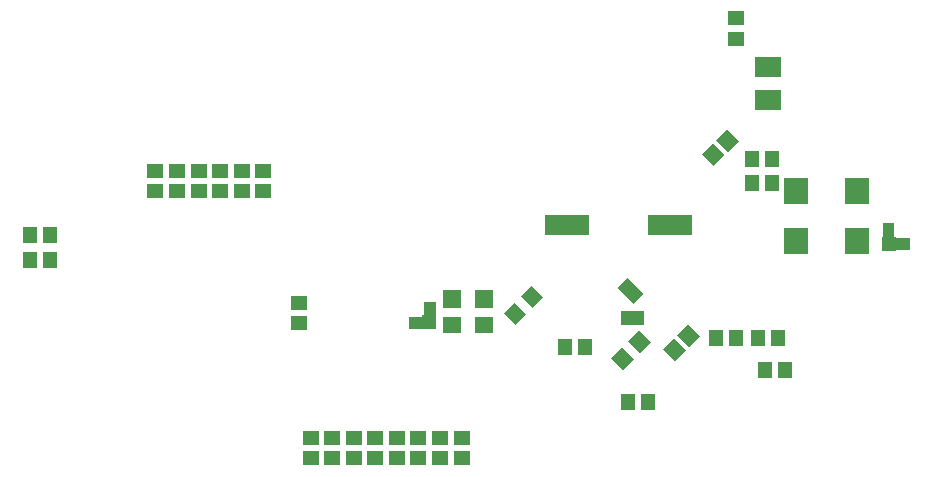
<source format=gbr>
%FSLAX34Y34*%
%MOMM*%
%LNSMDMASK_TOP*%
G71*
G01*
%ADD10R, 1.30X1.40*%
%ADD11R, 1.40X1.30*%
%ADD12R, 1.60X1.40*%
%ADD13R, 1.60X1.60*%
%ADD14R, 1.00X1.20*%
%ADD15R, 1.20X1.20*%
%ADD16R, 1.20X1.00*%
%ADD17R, 2.20X1.80*%
%ADD18R, 2.00X2.20*%
%ADD19R, 3.70X1.70*%
%LPD*%
X670256Y658416D02*
G54D10*
D03*
X653256Y658416D02*
G54D10*
D03*
X501188Y677466D02*
G54D10*
D03*
X484188Y677466D02*
G54D10*
D03*
X629088Y685113D02*
G54D10*
D03*
X612088Y685113D02*
G54D10*
D03*
X258762Y697772D02*
G54D11*
D03*
X258762Y714772D02*
G54D11*
D03*
X629084Y685119D02*
G54D10*
D03*
X501184Y677469D02*
G54D10*
D03*
X258764Y697769D02*
G54D11*
D03*
X415617Y695961D02*
G54D12*
D03*
X415624Y718179D02*
G54D13*
D03*
X388233Y695961D02*
G54D12*
D03*
X388229Y718194D02*
G54D13*
D03*
X369704Y709929D02*
G54D14*
D03*
X368905Y698817D02*
G54D15*
D03*
X357792Y698023D02*
G54D16*
D03*
X536972Y702072D02*
G54D14*
D03*
X545703Y702072D02*
G54D14*
D03*
G36*
X542261Y667530D02*
X533068Y658338D01*
X523169Y668238D01*
X532362Y677430D01*
X542261Y667530D01*
G37*
G36*
X556663Y681932D02*
X547470Y672740D01*
X537571Y682639D01*
X546764Y691832D01*
X556663Y681932D01*
G37*
X554369Y630634D02*
G54D10*
D03*
X537369Y630634D02*
G54D10*
D03*
X554365Y630638D02*
G54D10*
D03*
G36*
X567328Y675493D02*
X576521Y684684D01*
X586419Y674783D01*
X577226Y665592D01*
X567328Y675493D01*
G37*
G36*
X579348Y687509D02*
X588540Y696703D01*
X598440Y686804D01*
X589249Y677611D01*
X579348Y687509D01*
G37*
X647807Y685113D02*
G54D10*
D03*
X664807Y685113D02*
G54D10*
D03*
X647811Y685119D02*
G54D10*
D03*
X268852Y583635D02*
G54D11*
D03*
X268852Y600635D02*
G54D11*
D03*
X268850Y600638D02*
G54D11*
D03*
X287108Y583635D02*
G54D11*
D03*
X287108Y600635D02*
G54D11*
D03*
X287106Y600638D02*
G54D11*
D03*
X305364Y583635D02*
G54D11*
D03*
X305364Y600635D02*
G54D11*
D03*
X305362Y600638D02*
G54D11*
D03*
X323620Y583635D02*
G54D11*
D03*
X323620Y600635D02*
G54D11*
D03*
X323619Y600638D02*
G54D11*
D03*
X341877Y583635D02*
G54D11*
D03*
X341877Y600635D02*
G54D11*
D03*
X341875Y600638D02*
G54D11*
D03*
X360133Y583635D02*
G54D11*
D03*
X360133Y600635D02*
G54D11*
D03*
X360131Y600638D02*
G54D11*
D03*
X378389Y583635D02*
G54D11*
D03*
X378389Y600635D02*
G54D11*
D03*
X378387Y600638D02*
G54D11*
D03*
X396645Y583635D02*
G54D11*
D03*
X396645Y600635D02*
G54D11*
D03*
X396644Y600638D02*
G54D11*
D03*
X155742Y809457D02*
G54D11*
D03*
X155742Y826457D02*
G54D11*
D03*
X173998Y809457D02*
G54D11*
D03*
X173998Y826457D02*
G54D11*
D03*
X192255Y809457D02*
G54D11*
D03*
X192255Y826457D02*
G54D11*
D03*
X210511Y809457D02*
G54D11*
D03*
X210511Y826457D02*
G54D11*
D03*
X228767Y809457D02*
G54D11*
D03*
X228767Y826457D02*
G54D11*
D03*
X137486Y809457D02*
G54D11*
D03*
X137486Y826457D02*
G54D11*
D03*
X31188Y751516D02*
G54D10*
D03*
X48188Y751516D02*
G54D10*
D03*
X31185Y751514D02*
G54D10*
D03*
X31188Y772153D02*
G54D10*
D03*
X48188Y772153D02*
G54D10*
D03*
X31185Y772152D02*
G54D10*
D03*
G36*
X631276Y852189D02*
X622083Y842997D01*
X612184Y852896D01*
X621377Y862088D01*
X631276Y852189D01*
G37*
G36*
X619255Y840168D02*
X610063Y830976D01*
X600163Y840875D01*
X609356Y850068D01*
X619255Y840168D01*
G37*
G36*
X631272Y852195D02*
X622079Y843002D01*
X612180Y852902D01*
X621372Y862094D01*
X631272Y852195D01*
G37*
X659905Y836490D02*
G54D10*
D03*
X642905Y836490D02*
G54D10*
D03*
X659904Y836495D02*
G54D10*
D03*
X659905Y816249D02*
G54D10*
D03*
X642905Y816249D02*
G54D10*
D03*
X659904Y816255D02*
G54D10*
D03*
X656143Y886907D02*
G54D17*
D03*
X656143Y914907D02*
G54D17*
D03*
X629180Y955718D02*
G54D11*
D03*
X629180Y938718D02*
G54D11*
D03*
X629175Y955718D02*
G54D11*
D03*
G36*
X451377Y705233D02*
X442184Y696041D01*
X432285Y705941D01*
X441477Y715133D01*
X451377Y705233D01*
G37*
G36*
X465779Y719635D02*
X456586Y710443D01*
X446687Y720342D01*
X455879Y729535D01*
X465779Y719635D01*
G37*
X731836Y809625D02*
G54D18*
D03*
X680243Y809625D02*
G54D18*
D03*
X731836Y767159D02*
G54D18*
D03*
X680247Y767154D02*
G54D18*
D03*
G36*
X544044Y728885D02*
X535559Y720399D01*
X528488Y727470D01*
X536973Y735956D01*
X544044Y728885D01*
G37*
G36*
X550218Y722711D02*
X541733Y714225D01*
X534662Y721296D01*
X543147Y729782D01*
X550218Y722711D01*
G37*
X770088Y764395D02*
G54D16*
D03*
X758976Y765194D02*
G54D15*
D03*
G36*
X753182Y782307D02*
X763182Y782307D01*
X763182Y770307D01*
X753182Y770307D01*
X753182Y782307D01*
G37*
X485775Y781050D02*
G54D19*
D03*
X573191Y781172D02*
G54D19*
D03*
M02*

</source>
